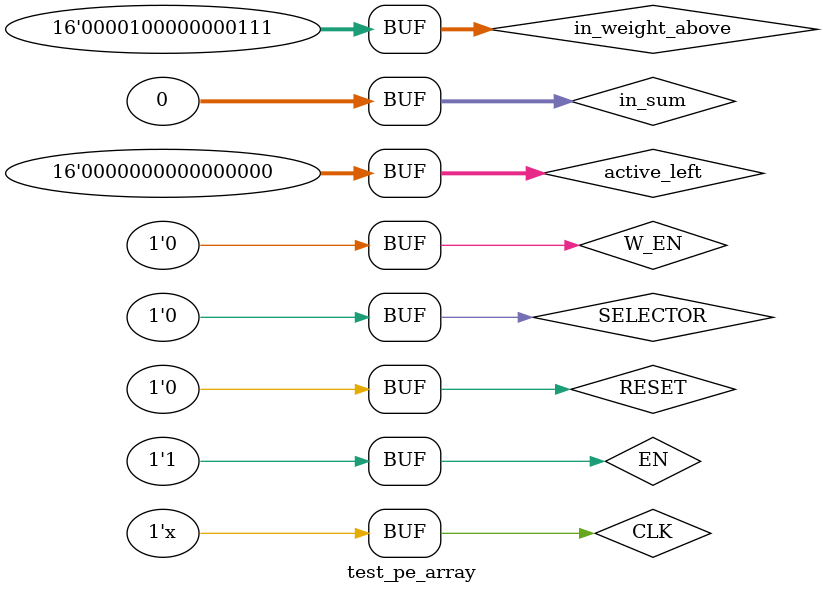
<source format=v>
`timescale 1ns / 1ps

module test_pe_array();
    parameter num1 = 2;
    parameter num2 = 2;
    reg RESET;
    reg CLK;

    reg EN;                          // enable signal for the accelerator; high for active
    reg SELECTOR;                    // weight select read or use
    reg W_EN;                         // enable weight to flow
    reg [num1*8-1:0]active_left;
    reg [num2*16-1:0]in_sum;
    reg [num2*8-1:0]in_weight_above;
    wire [num2*16-1:0]out_sum;
    //wire [7:0]active_right;
    wire [num2*8-1:0]out_weight_below;
    PE_array #(.num1(num1),.num2(num2))PE_array(
        .CLK(CLK),
        .RESET(RESET),
        .EN(EN),
        .SELECTOR(SELECTOR),
        .W_EN(W_EN),
        // .....
        .active_left(active_left),
        //.in_sum(in_sum),
        .out_sum_final(out_sum),
        .in_weight_above(in_weight_above),
        .out_weight_final(out_weight_below)
    );
    initial begin
        RESET = 1;
        CLK = 1;
        EN = 1;
        SELECTOR = 1;
        W_EN = 1;
        in_sum = 0;
        #100 RESET = 0;
        //权重初始化
        #50 
        in_weight_above[7:0]<=3;
        in_weight_above[15:8]<=4;
        // in_weight_above[23:16]<=5;
        // in_weight_above[31:24]<=6;
        #100
        in_weight_above[7:0]<=1;
        in_weight_above[15:8]<=2;
        #100
        SELECTOR=0;
        in_weight_above[7:0]<=5;
        in_weight_above[15:8]<=6;
        // in_sum[15:0]<=1;
        // in_sum[31:16]<=2;
        // in_sum[47:32]<=3;
        // in_sum[63:48]<=4;
        active_left[7:0]<=1;
        #100
        active_left[7:0]<=2;
        active_left[15:8]<=3;
        in_weight_above[7:0]<=7;
        in_weight_above[15:8]<=8;
        #100
        W_EN = 0;
        active_left[7:0]<=0;
        active_left[15:8]<=4;
        #100
        active_left[15:8]<=0;
        // active_left[23:16]<=5;
        // active_left[31:24]<=6;
        // #100
        // active_left[7:0]<=4;
        // active_left[15:8]<=5;
        // active_left[23:16]<=6;
        // active_left[31:24]<=7;
        // #100
        // active_left[7:0]<=5;
        // active_left[15:8]<=6;
        // active_left[23:16]<=7;
        // active_left[31:24]<=8;
        // #100
        // active_left[7:0]<=6;
        // active_left[15:8]<=7;
        // active_left[23:16]<=8;
        // active_left[31:24]<=9;
    end

    always #50 CLK = ~CLK;
endmodule
</source>
